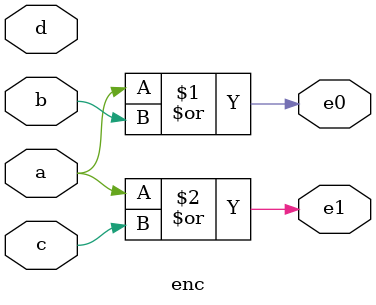
<source format=v>
`timescale 1ns / 1ps

module enc(
    input a, b, c, d,
    output e0, e1
    );

    assign e0 = a|b;
    assign e1 = a|c;
    
endmodule
</source>
